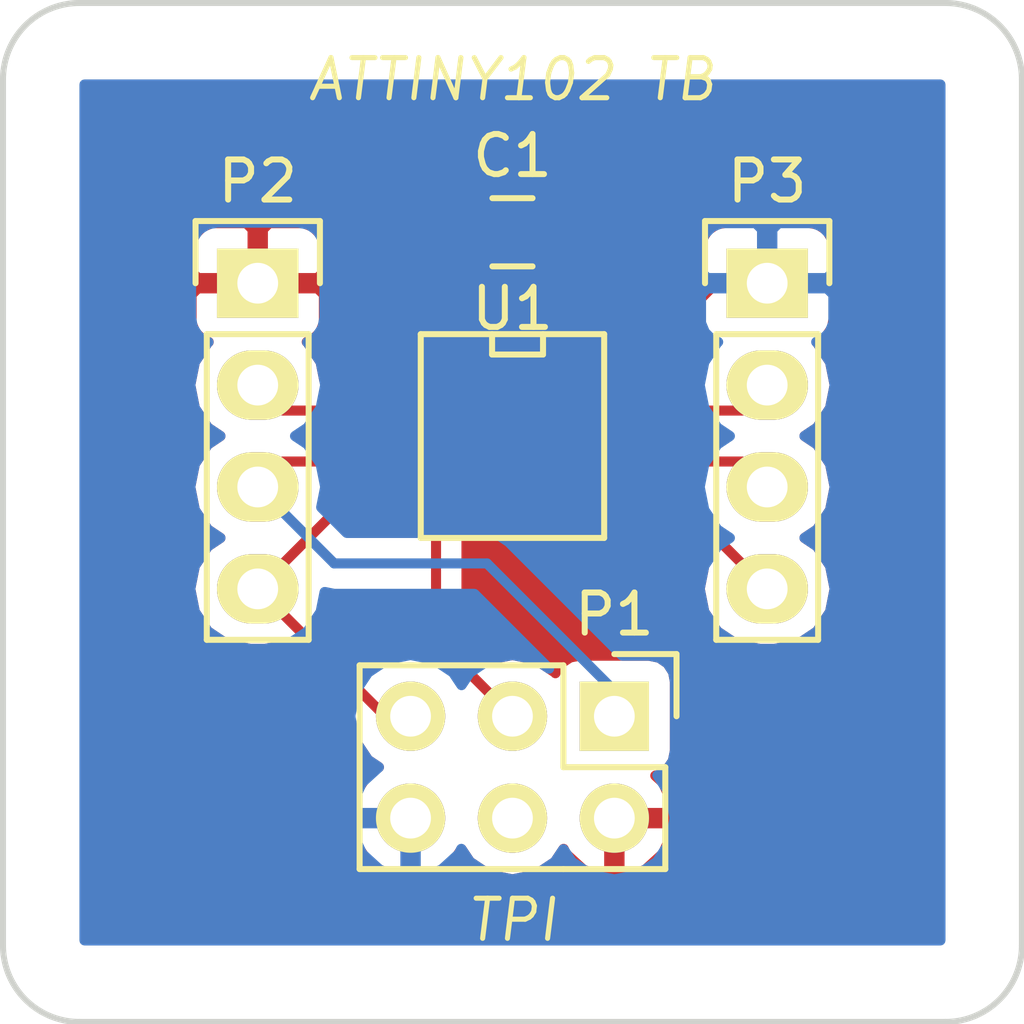
<source format=kicad_pcb>
(kicad_pcb (version 4) (host pcbnew 4.0.2-stable)

  (general
    (links 15)
    (no_connects 0)
    (area 184.709999 54.534999 210.260001 80.085001)
    (thickness 1.6)
    (drawings 10)
    (tracks 31)
    (zones 0)
    (modules 5)
    (nets 10)
  )

  (page A4)
  (layers
    (0 F.Cu signal)
    (31 B.Cu signal)
    (32 B.Adhes user)
    (33 F.Adhes user)
    (34 B.Paste user)
    (35 F.Paste user)
    (36 B.SilkS user)
    (37 F.SilkS user)
    (38 B.Mask user)
    (39 F.Mask user)
    (40 Dwgs.User user)
    (41 Cmts.User user)
    (42 Eco1.User user)
    (43 Eco2.User user)
    (44 Edge.Cuts user)
    (45 Margin user)
    (46 B.CrtYd user)
    (47 F.CrtYd user)
    (48 B.Fab user)
    (49 F.Fab user)
  )

  (setup
    (last_trace_width 0.25)
    (trace_clearance 0.2)
    (zone_clearance 0.508)
    (zone_45_only no)
    (trace_min 0.2)
    (segment_width 0.2)
    (edge_width 0.15)
    (via_size 0.6)
    (via_drill 0.4)
    (via_min_size 0.4)
    (via_min_drill 0.3)
    (uvia_size 0.3)
    (uvia_drill 0.1)
    (uvias_allowed no)
    (uvia_min_size 0.2)
    (uvia_min_drill 0.1)
    (pcb_text_width 0.3)
    (pcb_text_size 1.5 1.5)
    (mod_edge_width 0.15)
    (mod_text_size 1 1)
    (mod_text_width 0.15)
    (pad_size 1.524 1.524)
    (pad_drill 0.762)
    (pad_to_mask_clearance 0.2)
    (aux_axis_origin 0 0)
    (grid_origin 197.485 46.355)
    (visible_elements 7FFEFFFF)
    (pcbplotparams
      (layerselection 0x010fc_80000001)
      (usegerberextensions false)
      (excludeedgelayer true)
      (linewidth 0.100000)
      (plotframeref false)
      (viasonmask false)
      (mode 1)
      (useauxorigin false)
      (hpglpennumber 1)
      (hpglpenspeed 20)
      (hpglpendiameter 15)
      (hpglpenoverlay 2)
      (psnegative false)
      (psa4output false)
      (plotreference true)
      (plotvalue false)
      (plotinvisibletext false)
      (padsonsilk false)
      (subtractmaskfromsilk false)
      (outputformat 1)
      (mirror false)
      (drillshape 0)
      (scaleselection 1)
      (outputdirectory ../../../Users/dahlintw/Desktop/gerbtest/))
  )

  (net 0 "")
  (net 1 /TDAT)
  (net 2 /TCLK)
  (net 3 "Net-(P1-Pad4)")
  (net 4 /~RST)
  (net 5 /GND)
  (net 6 /VCC)
  (net 7 /PB3)
  (net 8 /PB1)
  (net 9 /PB2)

  (net_class Default "This is the default net class."
    (clearance 0.2)
    (trace_width 0.25)
    (via_dia 0.6)
    (via_drill 0.4)
    (uvia_dia 0.3)
    (uvia_drill 0.1)
    (add_net /GND)
    (add_net /PB1)
    (add_net /PB2)
    (add_net /PB3)
    (add_net /TCLK)
    (add_net /TDAT)
    (add_net /VCC)
    (add_net /~RST)
    (add_net "Net-(P1-Pad4)")
  )

  (module Capacitors_SMD:C_0805_HandSoldering (layer F.Cu) (tedit 5750A3EA) (tstamp 5750827B)
    (at 197.485 60.325 180)
    (descr "Capacitor SMD 0805, hand soldering")
    (tags "capacitor 0805")
    (path /57507D7A)
    (attr smd)
    (fp_text reference C1 (at 0 1.905 180) (layer F.SilkS)
      (effects (font (size 1 1) (thickness 0.15)))
    )
    (fp_text value C (at 0 2.1 180) (layer F.Fab)
      (effects (font (size 1 1) (thickness 0.15)))
    )
    (fp_line (start -2.3 -1) (end 2.3 -1) (layer F.CrtYd) (width 0.05))
    (fp_line (start -2.3 1) (end 2.3 1) (layer F.CrtYd) (width 0.05))
    (fp_line (start -2.3 -1) (end -2.3 1) (layer F.CrtYd) (width 0.05))
    (fp_line (start 2.3 -1) (end 2.3 1) (layer F.CrtYd) (width 0.05))
    (fp_line (start 0.5 -0.85) (end -0.5 -0.85) (layer F.SilkS) (width 0.15))
    (fp_line (start -0.5 0.85) (end 0.5 0.85) (layer F.SilkS) (width 0.15))
    (pad 1 smd rect (at -1.25 0 180) (size 1.5 1.25) (layers F.Cu F.Paste F.Mask)
      (net 5 /GND))
    (pad 2 smd rect (at 1.25 0 180) (size 1.5 1.25) (layers F.Cu F.Paste F.Mask)
      (net 6 /VCC))
    (model Capacitors_SMD.3dshapes/C_0805_HandSoldering.wrl
      (at (xyz 0 0 0))
      (scale (xyz 1 1 1))
      (rotate (xyz 0 0 0))
    )
  )

  (module SMD_Packages:SOIC-8-N (layer F.Cu) (tedit 5750A428) (tstamp 57508291)
    (at 197.485 65.405 270)
    (descr "Module Narrow CMS SOJ 8 pins large")
    (tags "CMS SOJ")
    (path /57507C59)
    (attr smd)
    (fp_text reference U1 (at -3.175 0 360) (layer F.SilkS)
      (effects (font (size 1 1) (thickness 0.15)))
    )
    (fp_text value ATTINY102 (at 0 1.27 270) (layer F.Fab)
      (effects (font (size 1 1) (thickness 0.15)))
    )
    (fp_line (start -2.54 -2.286) (end 2.54 -2.286) (layer F.SilkS) (width 0.15))
    (fp_line (start 2.54 -2.286) (end 2.54 2.286) (layer F.SilkS) (width 0.15))
    (fp_line (start 2.54 2.286) (end -2.54 2.286) (layer F.SilkS) (width 0.15))
    (fp_line (start -2.54 2.286) (end -2.54 -2.286) (layer F.SilkS) (width 0.15))
    (fp_line (start -2.54 -0.762) (end -2.032 -0.762) (layer F.SilkS) (width 0.15))
    (fp_line (start -2.032 -0.762) (end -2.032 0.508) (layer F.SilkS) (width 0.15))
    (fp_line (start -2.032 0.508) (end -2.54 0.508) (layer F.SilkS) (width 0.15))
    (pad 8 smd rect (at -1.905 -3.175 270) (size 0.508 1.143) (layers F.Cu F.Paste F.Mask)
      (net 5 /GND))
    (pad 7 smd rect (at -0.635 -3.175 270) (size 0.508 1.143) (layers F.Cu F.Paste F.Mask)
      (net 7 /PB3))
    (pad 6 smd rect (at 0.635 -3.175 270) (size 0.508 1.143) (layers F.Cu F.Paste F.Mask)
      (net 8 /PB1))
    (pad 5 smd rect (at 1.905 -3.175 270) (size 0.508 1.143) (layers F.Cu F.Paste F.Mask)
      (net 9 /PB2))
    (pad 4 smd rect (at 1.905 3.175 270) (size 0.508 1.143) (layers F.Cu F.Paste F.Mask)
      (net 4 /~RST))
    (pad 3 smd rect (at 0.635 3.175 270) (size 0.508 1.143) (layers F.Cu F.Paste F.Mask)
      (net 1 /TDAT))
    (pad 2 smd rect (at -0.635 3.175 270) (size 0.508 1.143) (layers F.Cu F.Paste F.Mask)
      (net 2 /TCLK))
    (pad 1 smd rect (at -1.905 3.175 270) (size 0.508 1.143) (layers F.Cu F.Paste F.Mask)
      (net 6 /VCC))
    (model SMD_Packages.3dshapes/SOIC-8-N.wrl
      (at (xyz 0 0 0))
      (scale (xyz 0.5 0.38 0.5))
      (rotate (xyz 0 0 0))
    )
  )

  (module Pin_Headers:Pin_Header_Straight_1x04 (layer F.Cu) (tedit 5750A3F9) (tstamp 5750992F)
    (at 191.135 61.595)
    (descr "Through hole pin header")
    (tags "pin header")
    (path /5750977E)
    (fp_text reference P2 (at 0 -2.54) (layer F.SilkS)
      (effects (font (size 1 1) (thickness 0.15)))
    )
    (fp_text value CONN_01X04 (at 0 -3.1) (layer F.Fab)
      (effects (font (size 1 1) (thickness 0.15)))
    )
    (fp_line (start -1.75 -1.75) (end -1.75 9.4) (layer F.CrtYd) (width 0.05))
    (fp_line (start 1.75 -1.75) (end 1.75 9.4) (layer F.CrtYd) (width 0.05))
    (fp_line (start -1.75 -1.75) (end 1.75 -1.75) (layer F.CrtYd) (width 0.05))
    (fp_line (start -1.75 9.4) (end 1.75 9.4) (layer F.CrtYd) (width 0.05))
    (fp_line (start -1.27 1.27) (end -1.27 8.89) (layer F.SilkS) (width 0.15))
    (fp_line (start 1.27 1.27) (end 1.27 8.89) (layer F.SilkS) (width 0.15))
    (fp_line (start 1.55 -1.55) (end 1.55 0) (layer F.SilkS) (width 0.15))
    (fp_line (start -1.27 8.89) (end 1.27 8.89) (layer F.SilkS) (width 0.15))
    (fp_line (start 1.27 1.27) (end -1.27 1.27) (layer F.SilkS) (width 0.15))
    (fp_line (start -1.55 0) (end -1.55 -1.55) (layer F.SilkS) (width 0.15))
    (fp_line (start -1.55 -1.55) (end 1.55 -1.55) (layer F.SilkS) (width 0.15))
    (pad 1 thru_hole rect (at 0 0) (size 2.032 1.7272) (drill 1.016) (layers *.Cu *.Mask F.SilkS)
      (net 6 /VCC))
    (pad 2 thru_hole oval (at 0 2.54) (size 2.032 1.7272) (drill 1.016) (layers *.Cu *.Mask F.SilkS)
      (net 2 /TCLK))
    (pad 3 thru_hole oval (at 0 5.08) (size 2.032 1.7272) (drill 1.016) (layers *.Cu *.Mask F.SilkS)
      (net 1 /TDAT))
    (pad 4 thru_hole oval (at 0 7.62) (size 2.032 1.7272) (drill 1.016) (layers *.Cu *.Mask F.SilkS)
      (net 4 /~RST))
    (model Pin_Headers.3dshapes/Pin_Header_Straight_1x04.wrl
      (at (xyz 0 -0.15 0))
      (scale (xyz 1 1 1))
      (rotate (xyz 0 0 90))
    )
  )

  (module Pin_Headers:Pin_Header_Straight_1x04 (layer F.Cu) (tedit 5750A3F3) (tstamp 57509937)
    (at 203.835 61.595)
    (descr "Through hole pin header")
    (tags "pin header")
    (path /575097FF)
    (fp_text reference P3 (at 0 -2.54) (layer F.SilkS)
      (effects (font (size 1 1) (thickness 0.15)))
    )
    (fp_text value CONN_01X04 (at 0 -3.1) (layer F.Fab)
      (effects (font (size 1 1) (thickness 0.15)))
    )
    (fp_line (start -1.75 -1.75) (end -1.75 9.4) (layer F.CrtYd) (width 0.05))
    (fp_line (start 1.75 -1.75) (end 1.75 9.4) (layer F.CrtYd) (width 0.05))
    (fp_line (start -1.75 -1.75) (end 1.75 -1.75) (layer F.CrtYd) (width 0.05))
    (fp_line (start -1.75 9.4) (end 1.75 9.4) (layer F.CrtYd) (width 0.05))
    (fp_line (start -1.27 1.27) (end -1.27 8.89) (layer F.SilkS) (width 0.15))
    (fp_line (start 1.27 1.27) (end 1.27 8.89) (layer F.SilkS) (width 0.15))
    (fp_line (start 1.55 -1.55) (end 1.55 0) (layer F.SilkS) (width 0.15))
    (fp_line (start -1.27 8.89) (end 1.27 8.89) (layer F.SilkS) (width 0.15))
    (fp_line (start 1.27 1.27) (end -1.27 1.27) (layer F.SilkS) (width 0.15))
    (fp_line (start -1.55 0) (end -1.55 -1.55) (layer F.SilkS) (width 0.15))
    (fp_line (start -1.55 -1.55) (end 1.55 -1.55) (layer F.SilkS) (width 0.15))
    (pad 1 thru_hole rect (at 0 0) (size 2.032 1.7272) (drill 1.016) (layers *.Cu *.Mask F.SilkS)
      (net 5 /GND))
    (pad 2 thru_hole oval (at 0 2.54) (size 2.032 1.7272) (drill 1.016) (layers *.Cu *.Mask F.SilkS)
      (net 7 /PB3))
    (pad 3 thru_hole oval (at 0 5.08) (size 2.032 1.7272) (drill 1.016) (layers *.Cu *.Mask F.SilkS)
      (net 8 /PB1))
    (pad 4 thru_hole oval (at 0 7.62) (size 2.032 1.7272) (drill 1.016) (layers *.Cu *.Mask F.SilkS)
      (net 9 /PB2))
    (model Pin_Headers.3dshapes/Pin_Header_Straight_1x04.wrl
      (at (xyz 0 -0.15 0))
      (scale (xyz 1 1 1))
      (rotate (xyz 0 0 90))
    )
  )

  (module Pin_Headers:Pin_Header_Straight_2x03 (layer F.Cu) (tedit 5750B06C) (tstamp 5750AF5E)
    (at 200.025 72.39 270)
    (descr "Through hole pin header")
    (tags "pin header")
    (path /57507D96)
    (fp_text reference P1 (at -2.54 0 360) (layer F.SilkS)
      (effects (font (size 1 1) (thickness 0.15)))
    )
    (fp_text value CONN_02X03 (at 0 -3.1 270) (layer F.Fab)
      (effects (font (size 1 1) (thickness 0.15)))
    )
    (fp_line (start -1.27 1.27) (end -1.27 6.35) (layer F.SilkS) (width 0.15))
    (fp_line (start -1.55 -1.55) (end 0 -1.55) (layer F.SilkS) (width 0.15))
    (fp_line (start -1.75 -1.75) (end -1.75 6.85) (layer F.CrtYd) (width 0.05))
    (fp_line (start 4.3 -1.75) (end 4.3 6.85) (layer F.CrtYd) (width 0.05))
    (fp_line (start -1.75 -1.75) (end 4.3 -1.75) (layer F.CrtYd) (width 0.05))
    (fp_line (start -1.75 6.85) (end 4.3 6.85) (layer F.CrtYd) (width 0.05))
    (fp_line (start 1.27 -1.27) (end 1.27 1.27) (layer F.SilkS) (width 0.15))
    (fp_line (start 1.27 1.27) (end -1.27 1.27) (layer F.SilkS) (width 0.15))
    (fp_line (start -1.27 6.35) (end 3.81 6.35) (layer F.SilkS) (width 0.15))
    (fp_line (start 3.81 6.35) (end 3.81 1.27) (layer F.SilkS) (width 0.15))
    (fp_line (start -1.55 -1.55) (end -1.55 0) (layer F.SilkS) (width 0.15))
    (fp_line (start 3.81 -1.27) (end 1.27 -1.27) (layer F.SilkS) (width 0.15))
    (fp_line (start 3.81 1.27) (end 3.81 -1.27) (layer F.SilkS) (width 0.15))
    (pad 1 thru_hole rect (at 0 0 270) (size 1.7272 1.7272) (drill 1.016) (layers *.Cu *.Mask F.SilkS)
      (net 1 /TDAT))
    (pad 2 thru_hole oval (at 2.54 0 270) (size 1.7272 1.7272) (drill 1.016) (layers *.Cu *.Mask F.SilkS)
      (net 6 /VCC))
    (pad 3 thru_hole oval (at 0 2.54 270) (size 1.7272 1.7272) (drill 1.016) (layers *.Cu *.Mask F.SilkS)
      (net 2 /TCLK))
    (pad 4 thru_hole oval (at 2.54 2.54 270) (size 1.7272 1.7272) (drill 1.016) (layers *.Cu *.Mask F.SilkS)
      (net 3 "Net-(P1-Pad4)"))
    (pad 5 thru_hole oval (at 0 5.08 270) (size 1.7272 1.7272) (drill 1.016) (layers *.Cu *.Mask F.SilkS)
      (net 4 /~RST))
    (pad 6 thru_hole oval (at 2.54 5.08 270) (size 1.7272 1.7272) (drill 1.016) (layers *.Cu *.Mask F.SilkS)
      (net 5 /GND))
    (model Pin_Headers.3dshapes/Pin_Header_Straight_2x03.wrl
      (at (xyz 0.05 -0.1 0))
      (scale (xyz 1 1 1))
      (rotate (xyz 0 0 90))
    )
  )

  (gr_line (start 210.185 78.105) (end 210.185 56.515) (angle 90) (layer Edge.Cuts) (width 0.15))
  (gr_text TPI (at 197.485 77.47) (layer F.SilkS)
    (effects (font (size 1 1) (thickness 0.127) italic))
  )
  (gr_text "ATTINY102 TB" (at 197.485 56.515) (layer F.SilkS)
    (effects (font (size 1 1) (thickness 0.127) italic))
  )
  (gr_line (start 186.69 80.01) (end 208.28 80.01) (angle 90) (layer Edge.Cuts) (width 0.15))
  (gr_line (start 184.785 56.515) (end 184.785 78.105) (angle 90) (layer Edge.Cuts) (width 0.15))
  (gr_line (start 208.28 54.61) (end 186.69 54.61) (angle 90) (layer Edge.Cuts) (width 0.15))
  (gr_arc (start 186.69 56.515) (end 184.785 56.515) (angle 90) (layer Edge.Cuts) (width 0.15))
  (gr_arc (start 208.28 56.515) (end 208.28 54.61) (angle 90) (layer Edge.Cuts) (width 0.15))
  (gr_arc (start 186.69 78.105) (end 186.69 80.01) (angle 90) (layer Edge.Cuts) (width 0.15))
  (gr_arc (start 208.28 78.105) (end 210.185 78.105) (angle 90) (layer Edge.Cuts) (width 0.15))

  (segment (start 200.025 72.39) (end 200.025 71.755) (width 0.25) (layer B.Cu) (net 1))
  (segment (start 200.025 71.755) (end 196.85 68.58) (width 0.25) (layer B.Cu) (net 1) (tstamp 5750B033))
  (segment (start 196.85 68.58) (end 193.04 68.58) (width 0.25) (layer B.Cu) (net 1) (tstamp 5750B035))
  (segment (start 193.04 68.58) (end 191.135 66.675) (width 0.25) (layer B.Cu) (net 1) (tstamp 5750B037))
  (segment (start 194.31 66.04) (end 191.77 66.04) (width 0.25) (layer F.Cu) (net 1))
  (segment (start 191.77 66.04) (end 191.135 66.675) (width 0.25) (layer F.Cu) (net 1) (tstamp 5750A5AF))
  (segment (start 197.485 72.39) (end 195.58 70.485) (width 0.25) (layer F.Cu) (net 2) (status 80000))
  (segment (start 195.58 70.485) (end 195.58 65.405) (width 0.25) (layer F.Cu) (net 2) (status 80000))
  (segment (start 195.58 65.405) (end 194.945 64.77) (width 0.25) (layer F.Cu) (net 2) (status 80000))
  (segment (start 194.945 64.77) (end 194.31 64.77) (width 0.25) (layer F.Cu) (net 2) (status 80000))
  (segment (start 194.31 64.77) (end 191.77 64.77) (width 0.25) (layer F.Cu) (net 2) (status 80000))
  (segment (start 191.77 64.77) (end 191.135 64.135) (width 0.25) (layer F.Cu) (net 2) (status 80000))
  (segment (start 194.945 72.39) (end 194.31 72.39) (width 0.25) (layer F.Cu) (net 4))
  (segment (start 194.31 72.39) (end 191.135 69.215) (width 0.25) (layer F.Cu) (net 4) (tstamp 5750AF84))
  (segment (start 194.31 67.31) (end 193.04 67.31) (width 0.25) (layer F.Cu) (net 4))
  (segment (start 193.04 67.31) (end 191.135 69.215) (width 0.25) (layer F.Cu) (net 4) (tstamp 5750A58A))
  (segment (start 200.66 63.5) (end 198.755 61.595) (width 0.25) (layer F.Cu) (net 5) (status 80000))
  (segment (start 198.755 61.595) (end 198.755 60.325) (width 0.25) (layer F.Cu) (net 5) (status 80000))
  (segment (start 198.755 60.325) (end 198.735 60.325) (width 0.25) (layer F.Cu) (net 5) (tstamp 57518B19) (status 80000))
  (segment (start 203.835 61.595) (end 202.565 61.595) (width 0.25) (layer F.Cu) (net 5))
  (segment (start 201.295 63.5) (end 200.66 63.5) (width 0.25) (layer F.Cu) (net 5) (tstamp 5750A53B))
  (segment (start 201.93 62.865) (end 201.295 63.5) (width 0.25) (layer F.Cu) (net 5) (tstamp 5750A539))
  (segment (start 201.93 62.23) (end 201.93 62.865) (width 0.25) (layer F.Cu) (net 5) (tstamp 5750A538))
  (segment (start 202.565 61.595) (end 201.93 62.23) (width 0.25) (layer F.Cu) (net 5) (tstamp 5750A535))
  (segment (start 200.66 64.77) (end 203.2 64.77) (width 0.25) (layer F.Cu) (net 7))
  (segment (start 203.2 64.77) (end 203.835 64.135) (width 0.25) (layer F.Cu) (net 7) (tstamp 5750A579))
  (segment (start 201.93 64.77) (end 200.66 64.77) (width 0.25) (layer F.Cu) (net 7) (tstamp 57509CD6))
  (segment (start 200.66 66.04) (end 203.2 66.04) (width 0.25) (layer F.Cu) (net 8))
  (segment (start 203.2 66.04) (end 203.835 66.675) (width 0.25) (layer F.Cu) (net 8) (tstamp 5750A57D))
  (segment (start 200.66 67.31) (end 201.93 67.31) (width 0.25) (layer F.Cu) (net 9))
  (segment (start 201.93 67.31) (end 203.835 69.215) (width 0.25) (layer F.Cu) (net 9) (tstamp 5750A583))

  (zone (net 5) (net_name /GND) (layer B.Cu) (tstamp 57509AF3) (hatch edge 0.508)
    (connect_pads (clearance 0.508))
    (min_thickness 0.254)
    (fill yes (arc_segments 16) (thermal_gap 0.508) (thermal_bridge_width 0.508))
    (polygon
      (pts
        (xy 208.28 78.105) (xy 186.69 78.105) (xy 186.69 56.515) (xy 208.28 56.515)
      )
    )
    (filled_polygon
      (pts
        (xy 208.153 77.978) (xy 186.817 77.978) (xy 186.817 75.289027) (xy 193.490032 75.289027) (xy 193.738179 75.81849)
        (xy 194.170053 76.212688) (xy 194.585974 76.384958) (xy 194.818 76.263817) (xy 194.818 75.057) (xy 193.610531 75.057)
        (xy 193.490032 75.289027) (xy 186.817 75.289027) (xy 186.817 64.135) (xy 189.451655 64.135) (xy 189.565729 64.708489)
        (xy 189.890585 65.19467) (xy 190.205366 65.405) (xy 189.890585 65.61533) (xy 189.565729 66.101511) (xy 189.451655 66.675)
        (xy 189.565729 67.248489) (xy 189.890585 67.73467) (xy 190.205366 67.945) (xy 189.890585 68.15533) (xy 189.565729 68.641511)
        (xy 189.451655 69.215) (xy 189.565729 69.788489) (xy 189.890585 70.27467) (xy 190.376766 70.599526) (xy 190.950255 70.7136)
        (xy 191.319745 70.7136) (xy 191.893234 70.599526) (xy 192.379415 70.27467) (xy 192.704271 69.788489) (xy 192.802864 69.29283)
        (xy 193.04 69.34) (xy 196.535198 69.34) (xy 198.398504 71.203306) (xy 198.058489 70.976115) (xy 197.485 70.862041)
        (xy 196.911511 70.976115) (xy 196.42533 71.300971) (xy 196.215 71.615752) (xy 196.00467 71.300971) (xy 195.518489 70.976115)
        (xy 194.945 70.862041) (xy 194.371511 70.976115) (xy 193.88533 71.300971) (xy 193.560474 71.787152) (xy 193.4464 72.360641)
        (xy 193.4464 72.419359) (xy 193.560474 72.992848) (xy 193.88533 73.479029) (xy 194.156161 73.659992) (xy 193.738179 74.04151)
        (xy 193.490032 74.570973) (xy 193.610531 74.803) (xy 194.818 74.803) (xy 194.818 74.783) (xy 195.072 74.783)
        (xy 195.072 74.803) (xy 195.092 74.803) (xy 195.092 75.057) (xy 195.072 75.057) (xy 195.072 76.263817)
        (xy 195.304026 76.384958) (xy 195.719947 76.212688) (xy 196.151821 75.81849) (xy 196.209336 75.695772) (xy 196.42533 76.019029)
        (xy 196.911511 76.343885) (xy 197.485 76.457959) (xy 198.058489 76.343885) (xy 198.54467 76.019029) (xy 198.755 75.704248)
        (xy 198.96533 76.019029) (xy 199.451511 76.343885) (xy 200.025 76.457959) (xy 200.598489 76.343885) (xy 201.08467 76.019029)
        (xy 201.409526 75.532848) (xy 201.5236 74.959359) (xy 201.5236 74.900641) (xy 201.409526 74.327152) (xy 201.098426 73.861558)
        (xy 201.123917 73.856762) (xy 201.340041 73.71769) (xy 201.485031 73.50549) (xy 201.53604 73.2536) (xy 201.53604 71.5264)
        (xy 201.491762 71.291083) (xy 201.35269 71.074959) (xy 201.14049 70.929969) (xy 200.8886 70.87896) (xy 200.223762 70.87896)
        (xy 197.387401 68.042599) (xy 197.140839 67.877852) (xy 196.85 67.82) (xy 193.354802 67.82) (xy 192.717381 67.182579)
        (xy 192.818345 66.675) (xy 192.704271 66.101511) (xy 192.379415 65.61533) (xy 192.064634 65.405) (xy 192.379415 65.19467)
        (xy 192.704271 64.708489) (xy 192.818345 64.135) (xy 202.151655 64.135) (xy 202.265729 64.708489) (xy 202.590585 65.19467)
        (xy 202.905366 65.405) (xy 202.590585 65.61533) (xy 202.265729 66.101511) (xy 202.151655 66.675) (xy 202.265729 67.248489)
        (xy 202.590585 67.73467) (xy 202.905366 67.945) (xy 202.590585 68.15533) (xy 202.265729 68.641511) (xy 202.151655 69.215)
        (xy 202.265729 69.788489) (xy 202.590585 70.27467) (xy 203.076766 70.599526) (xy 203.650255 70.7136) (xy 204.019745 70.7136)
        (xy 204.593234 70.599526) (xy 205.079415 70.27467) (xy 205.404271 69.788489) (xy 205.518345 69.215) (xy 205.404271 68.641511)
        (xy 205.079415 68.15533) (xy 204.764634 67.945) (xy 205.079415 67.73467) (xy 205.404271 67.248489) (xy 205.518345 66.675)
        (xy 205.404271 66.101511) (xy 205.079415 65.61533) (xy 204.764634 65.405) (xy 205.079415 65.19467) (xy 205.404271 64.708489)
        (xy 205.518345 64.135) (xy 205.404271 63.561511) (xy 205.079415 63.07533) (xy 205.05722 63.0605) (xy 205.210698 62.996927)
        (xy 205.389327 62.818299) (xy 205.486 62.58491) (xy 205.486 61.88075) (xy 205.32725 61.722) (xy 203.962 61.722)
        (xy 203.962 61.742) (xy 203.708 61.742) (xy 203.708 61.722) (xy 202.34275 61.722) (xy 202.184 61.88075)
        (xy 202.184 62.58491) (xy 202.280673 62.818299) (xy 202.459302 62.996927) (xy 202.61278 63.0605) (xy 202.590585 63.07533)
        (xy 202.265729 63.561511) (xy 202.151655 64.135) (xy 192.818345 64.135) (xy 192.704271 63.561511) (xy 192.379415 63.07533)
        (xy 192.365087 63.065757) (xy 192.386317 63.061762) (xy 192.602441 62.92269) (xy 192.747431 62.71049) (xy 192.79844 62.4586)
        (xy 192.79844 60.7314) (xy 192.774674 60.60509) (xy 202.184 60.60509) (xy 202.184 61.30925) (xy 202.34275 61.468)
        (xy 203.708 61.468) (xy 203.708 60.25515) (xy 203.962 60.25515) (xy 203.962 61.468) (xy 205.32725 61.468)
        (xy 205.486 61.30925) (xy 205.486 60.60509) (xy 205.389327 60.371701) (xy 205.210698 60.193073) (xy 204.977309 60.0964)
        (xy 204.12075 60.0964) (xy 203.962 60.25515) (xy 203.708 60.25515) (xy 203.54925 60.0964) (xy 202.692691 60.0964)
        (xy 202.459302 60.193073) (xy 202.280673 60.371701) (xy 202.184 60.60509) (xy 192.774674 60.60509) (xy 192.754162 60.496083)
        (xy 192.61509 60.279959) (xy 192.40289 60.134969) (xy 192.151 60.08396) (xy 190.119 60.08396) (xy 189.883683 60.128238)
        (xy 189.667559 60.26731) (xy 189.522569 60.47951) (xy 189.47156 60.7314) (xy 189.47156 62.4586) (xy 189.515838 62.693917)
        (xy 189.65491 62.910041) (xy 189.86711 63.055031) (xy 189.908439 63.0634) (xy 189.890585 63.07533) (xy 189.565729 63.561511)
        (xy 189.451655 64.135) (xy 186.817 64.135) (xy 186.817 56.642) (xy 208.153 56.642)
      )
    )
  )
  (zone (net 6) (net_name /VCC) (layer F.Cu) (tstamp 57509B21) (hatch edge 0.508)
    (connect_pads (clearance 0.508))
    (min_thickness 0.254)
    (fill yes (arc_segments 16) (thermal_gap 0.508) (thermal_bridge_width 0.508))
    (polygon
      (pts
        (xy 207.645 77.47) (xy 187.325 77.47) (xy 187.325 57.15) (xy 207.645 57.15) (xy 207.645 77.47)
      )
    )
    (filled_polygon
      (pts
        (xy 207.518 77.343) (xy 187.452 77.343) (xy 187.452 64.135) (xy 189.451655 64.135) (xy 189.565729 64.708489)
        (xy 189.890585 65.19467) (xy 190.205366 65.405) (xy 189.890585 65.61533) (xy 189.565729 66.101511) (xy 189.451655 66.675)
        (xy 189.565729 67.248489) (xy 189.890585 67.73467) (xy 190.205366 67.945) (xy 189.890585 68.15533) (xy 189.565729 68.641511)
        (xy 189.451655 69.215) (xy 189.565729 69.788489) (xy 189.890585 70.27467) (xy 190.376766 70.599526) (xy 190.950255 70.7136)
        (xy 191.319745 70.7136) (xy 191.519137 70.673939) (xy 193.491552 72.646354) (xy 193.560474 72.992848) (xy 193.88533 73.479029)
        (xy 194.156172 73.66) (xy 193.88533 73.840971) (xy 193.560474 74.327152) (xy 193.4464 74.900641) (xy 193.4464 74.959359)
        (xy 193.560474 75.532848) (xy 193.88533 76.019029) (xy 194.371511 76.343885) (xy 194.945 76.457959) (xy 195.518489 76.343885)
        (xy 196.00467 76.019029) (xy 196.215 75.704248) (xy 196.42533 76.019029) (xy 196.911511 76.343885) (xy 197.485 76.457959)
        (xy 198.058489 76.343885) (xy 198.54467 76.019029) (xy 198.760664 75.695772) (xy 198.818179 75.81849) (xy 199.250053 76.212688)
        (xy 199.665974 76.384958) (xy 199.898 76.263817) (xy 199.898 75.057) (xy 200.152 75.057) (xy 200.152 76.263817)
        (xy 200.384026 76.384958) (xy 200.799947 76.212688) (xy 201.231821 75.81849) (xy 201.479968 75.289027) (xy 201.359469 75.057)
        (xy 200.152 75.057) (xy 199.898 75.057) (xy 199.878 75.057) (xy 199.878 74.803) (xy 199.898 74.803)
        (xy 199.898 74.783) (xy 200.152 74.783) (xy 200.152 74.803) (xy 201.359469 74.803) (xy 201.479968 74.570973)
        (xy 201.231821 74.04151) (xy 201.045567 73.871505) (xy 201.123917 73.856762) (xy 201.340041 73.71769) (xy 201.485031 73.50549)
        (xy 201.53604 73.2536) (xy 201.53604 71.5264) (xy 201.491762 71.291083) (xy 201.35269 71.074959) (xy 201.14049 70.929969)
        (xy 200.8886 70.87896) (xy 199.1614 70.87896) (xy 198.926083 70.923238) (xy 198.709959 71.06231) (xy 198.564969 71.27451)
        (xy 198.556136 71.318131) (xy 198.54467 71.300971) (xy 198.058489 70.976115) (xy 197.485 70.862041) (xy 197.107027 70.937225)
        (xy 196.34 70.170198) (xy 196.34 65.405) (xy 196.282148 65.114161) (xy 196.117401 64.867599) (xy 195.482401 64.232599)
        (xy 195.432088 64.198981) (xy 195.393896 64.139629) (xy 195.419827 64.113698) (xy 195.5165 63.880309) (xy 195.5165 63.78575)
        (xy 195.35775 63.627) (xy 194.437 63.627) (xy 194.437 63.647) (xy 194.183 63.647) (xy 194.183 63.627)
        (xy 193.26225 63.627) (xy 193.1035 63.78575) (xy 193.1035 63.880309) (xy 193.15722 64.01) (xy 192.793481 64.01)
        (xy 192.704271 63.561511) (xy 192.409057 63.119691) (xy 193.1035 63.119691) (xy 193.1035 63.21425) (xy 193.26225 63.373)
        (xy 194.183 63.373) (xy 194.183 62.76975) (xy 194.437 62.76975) (xy 194.437 63.373) (xy 195.35775 63.373)
        (xy 195.5165 63.21425) (xy 195.5165 63.119691) (xy 195.419827 62.886302) (xy 195.241199 62.707673) (xy 195.00781 62.611)
        (xy 194.59575 62.611) (xy 194.437 62.76975) (xy 194.183 62.76975) (xy 194.02425 62.611) (xy 193.61219 62.611)
        (xy 193.378801 62.707673) (xy 193.200173 62.886302) (xy 193.1035 63.119691) (xy 192.409057 63.119691) (xy 192.379415 63.07533)
        (xy 192.35722 63.0605) (xy 192.510698 62.996927) (xy 192.689327 62.818299) (xy 192.786 62.58491) (xy 192.786 61.88075)
        (xy 192.62725 61.722) (xy 191.262 61.722) (xy 191.262 61.742) (xy 191.008 61.742) (xy 191.008 61.722)
        (xy 189.64275 61.722) (xy 189.484 61.88075) (xy 189.484 62.58491) (xy 189.580673 62.818299) (xy 189.759302 62.996927)
        (xy 189.91278 63.0605) (xy 189.890585 63.07533) (xy 189.565729 63.561511) (xy 189.451655 64.135) (xy 187.452 64.135)
        (xy 187.452 60.60509) (xy 189.484 60.60509) (xy 189.484 61.30925) (xy 189.64275 61.468) (xy 191.008 61.468)
        (xy 191.008 60.25515) (xy 191.262 60.25515) (xy 191.262 61.468) (xy 192.62725 61.468) (xy 192.786 61.30925)
        (xy 192.786 60.61075) (xy 194.85 60.61075) (xy 194.85 61.07631) (xy 194.946673 61.309699) (xy 195.125302 61.488327)
        (xy 195.358691 61.585) (xy 195.94925 61.585) (xy 196.108 61.42625) (xy 196.108 60.452) (xy 195.00875 60.452)
        (xy 194.85 60.61075) (xy 192.786 60.61075) (xy 192.786 60.60509) (xy 192.689327 60.371701) (xy 192.510698 60.193073)
        (xy 192.277309 60.0964) (xy 191.42075 60.0964) (xy 191.262 60.25515) (xy 191.008 60.25515) (xy 190.84925 60.0964)
        (xy 189.992691 60.0964) (xy 189.759302 60.193073) (xy 189.580673 60.371701) (xy 189.484 60.60509) (xy 187.452 60.60509)
        (xy 187.452 59.57369) (xy 194.85 59.57369) (xy 194.85 60.03925) (xy 195.00875 60.198) (xy 196.108 60.198)
        (xy 196.108 59.22375) (xy 196.362 59.22375) (xy 196.362 60.198) (xy 196.382 60.198) (xy 196.382 60.452)
        (xy 196.362 60.452) (xy 196.362 61.42625) (xy 196.52075 61.585) (xy 197.111309 61.585) (xy 197.344698 61.488327)
        (xy 197.485936 61.34709) (xy 197.52091 61.401441) (xy 197.73311 61.546431) (xy 197.985 61.59744) (xy 197.995485 61.59744)
        (xy 198.052852 61.885839) (xy 198.217599 62.132401) (xy 199.44106 63.355862) (xy 199.44106 63.754) (xy 199.485338 63.989317)
        (xy 199.579666 64.135907) (xy 199.492069 64.26411) (xy 199.44106 64.516) (xy 199.44106 65.024) (xy 199.485338 65.259317)
        (xy 199.579666 65.405907) (xy 199.492069 65.53411) (xy 199.44106 65.786) (xy 199.44106 66.294) (xy 199.485338 66.529317)
        (xy 199.579666 66.675907) (xy 199.492069 66.80411) (xy 199.44106 67.056) (xy 199.44106 67.564) (xy 199.485338 67.799317)
        (xy 199.62441 68.015441) (xy 199.83661 68.160431) (xy 200.0885 68.21144) (xy 201.2315 68.21144) (xy 201.466817 68.167162)
        (xy 201.616221 68.071023) (xy 202.252619 68.707421) (xy 202.151655 69.215) (xy 202.265729 69.788489) (xy 202.590585 70.27467)
        (xy 203.076766 70.599526) (xy 203.650255 70.7136) (xy 204.019745 70.7136) (xy 204.593234 70.599526) (xy 205.079415 70.27467)
        (xy 205.404271 69.788489) (xy 205.518345 69.215) (xy 205.404271 68.641511) (xy 205.079415 68.15533) (xy 204.764634 67.945)
        (xy 205.079415 67.73467) (xy 205.404271 67.248489) (xy 205.518345 66.675) (xy 205.404271 66.101511) (xy 205.079415 65.61533)
        (xy 204.764634 65.405) (xy 205.079415 65.19467) (xy 205.404271 64.708489) (xy 205.518345 64.135) (xy 205.404271 63.561511)
        (xy 205.079415 63.07533) (xy 205.065087 63.065757) (xy 205.086317 63.061762) (xy 205.302441 62.92269) (xy 205.447431 62.71049)
        (xy 205.49844 62.4586) (xy 205.49844 60.7314) (xy 205.454162 60.496083) (xy 205.31509 60.279959) (xy 205.10289 60.134969)
        (xy 204.851 60.08396) (xy 202.819 60.08396) (xy 202.583683 60.128238) (xy 202.367559 60.26731) (xy 202.222569 60.47951)
        (xy 202.17156 60.7314) (xy 202.17156 60.961408) (xy 202.027599 61.057599) (xy 201.392599 61.692599) (xy 201.227852 61.939161)
        (xy 201.17 62.23) (xy 201.17 62.550198) (xy 201.121638 62.59856) (xy 200.833362 62.59856) (xy 199.761478 61.526676)
        (xy 199.936441 61.41409) (xy 200.081431 61.20189) (xy 200.13244 60.95) (xy 200.13244 59.7) (xy 200.088162 59.464683)
        (xy 199.94909 59.248559) (xy 199.73689 59.103569) (xy 199.485 59.05256) (xy 197.985 59.05256) (xy 197.749683 59.096838)
        (xy 197.533559 59.23591) (xy 197.487031 59.304006) (xy 197.344698 59.161673) (xy 197.111309 59.065) (xy 196.52075 59.065)
        (xy 196.362 59.22375) (xy 196.108 59.22375) (xy 195.94925 59.065) (xy 195.358691 59.065) (xy 195.125302 59.161673)
        (xy 194.946673 59.340301) (xy 194.85 59.57369) (xy 187.452 59.57369) (xy 187.452 57.277) (xy 207.518 57.277)
      )
    )
  )
)

</source>
